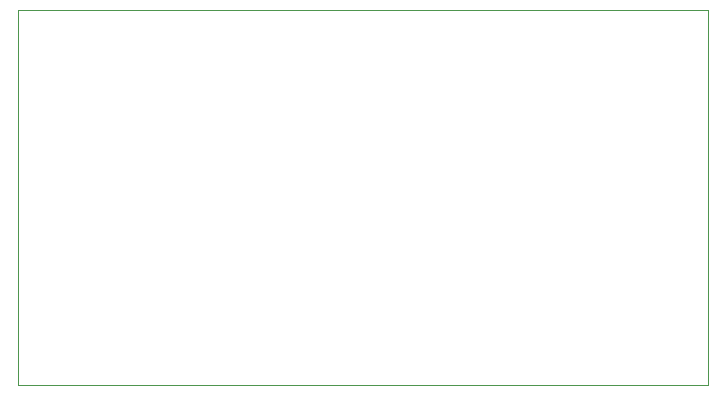
<source format=gbr>
G04 (created by PCBNEW (2013-07-07 BZR 4022)-stable) date 25/06/2014 08:25:45*
%MOIN*%
G04 Gerber Fmt 3.4, Leading zero omitted, Abs format*
%FSLAX34Y34*%
G01*
G70*
G90*
G04 APERTURE LIST*
%ADD10C,0.00393701*%
G04 APERTURE END LIST*
G54D10*
X71000Y-23000D02*
X71000Y-35500D01*
X48000Y-23000D02*
X48000Y-35500D01*
X71000Y-35500D02*
X48000Y-35500D01*
X48000Y-23000D02*
X71000Y-23000D01*
M02*

</source>
